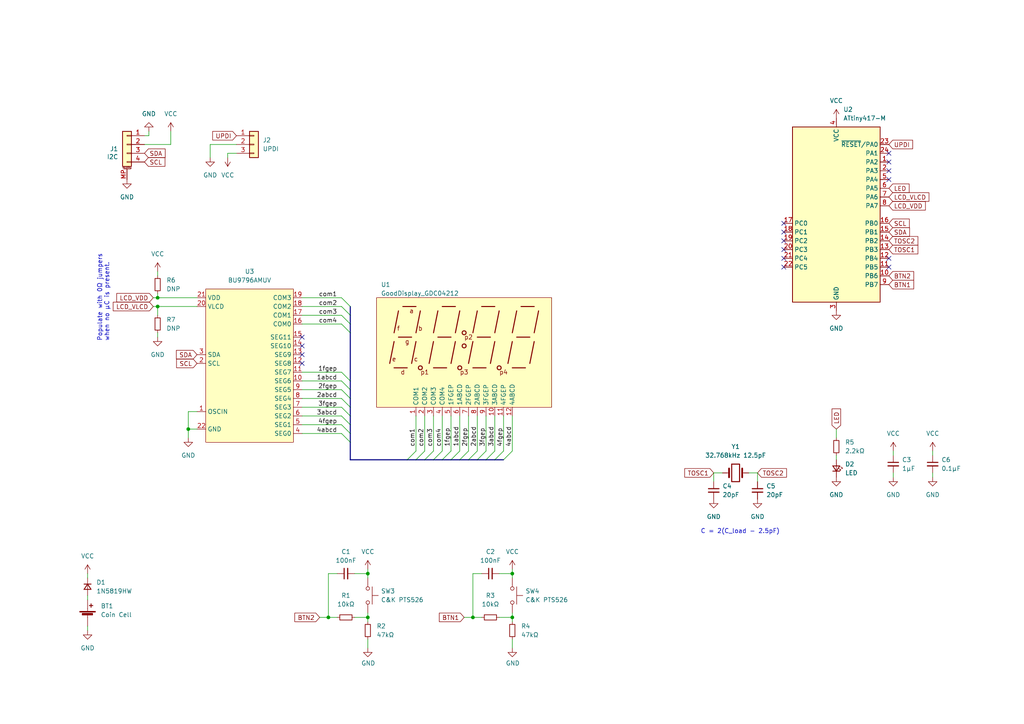
<source format=kicad_sch>
(kicad_sch (version 20211123) (generator eeschema)
  (paper "A4")
  (lib_symbols
    (symbol "Connector_Generic:Conn_01x03" (pin_names (offset 1.016) hide)
      (property "Reference" "J" (at 0 5.08 0))
      (property "Value" "Conn_01x03" (at 0 -5.08 0))
      (symbol "Conn_01x03_1_1"
        (rectangle (start -1.27 -2.413) (end 0 -2.667) (stroke (width 0.1524)))
        (rectangle (start -1.27 0.127) (end 0 -0.127) (stroke (width 0.1524)))
        (rectangle (start -1.27 2.667) (end 0 2.413) (stroke (width 0.1524)))
        (rectangle (start -1.27 3.81) (end 1.27 -3.81) (stroke (width 0.254)) (fill (type background)))
        (pin passive line (at -5.08 2.54 0) (length 3.81) (name "Pin_1") (number "1"))
        (pin passive line (at -5.08 0 0) (length 3.81) (name "Pin_2") (number "2"))
        (pin passive line (at -5.08 -2.54 0) (length 3.81) (name "Pin_3") (number "3"))
      )
    )
    (symbol "Connector_Generic_MountingPin:Conn_01x04_MountingPin" (pin_names (offset 1.016) hide)
      (property "Reference" "J" (at 0 5.08 0))
      (property "Value" "Conn_01x04_MountingPin" (at 1.27 -7.62 0))
      (symbol "Conn_01x04_MountingPin_1_1"
        (rectangle (start -1.27 -4.953) (end 0 -5.207) (stroke (width 0.1524)))
        (rectangle (start -1.27 -2.413) (end 0 -2.667) (stroke (width 0.1524)))
        (rectangle (start -1.27 0.127) (end 0 -0.127) (stroke (width 0.1524)))
        (rectangle (start -1.27 2.667) (end 0 2.413) (stroke (width 0.1524)))
        (rectangle (start -1.27 3.81) (end 1.27 -6.35) (stroke (width 0.254)) (fill (type background)))
        (polyline (pts (xy -1.016 -7.112) (xy 1.016 -7.112)) (stroke (width 0.1524)))
        (text "Mounting" (at 0 -6.731 0) (effects (font (size 0.381 0.381))))
        (pin passive line (at -5.08 2.54 0) (length 3.81) (name "Pin_1") (number "1"))
        (pin passive line (at -5.08 0 0) (length 3.81) (name "Pin_2") (number "2"))
        (pin passive line (at -5.08 -2.54 0) (length 3.81) (name "Pin_3") (number "3"))
        (pin passive line (at -5.08 -5.08 0) (length 3.81) (name "Pin_4") (number "4"))
        (pin passive line (at 0 -10.16 90) (length 3.048) (name "MountPin") (number "MP"))
      )
    )
    (symbol "Device:Battery_Cell" (pin_numbers hide) (pin_names (offset 0) hide)
      (property "Reference" "BT" (at 2.54 2.54 0))
      (property "Value" "Battery_Cell" (at 2.54 0 0))
      (symbol "Battery_Cell_0_1"
        (rectangle (start -2.286 1.778) (end 2.286 1.524) (fill (type outline)))
        (rectangle (start -1.5748 1.1938) (end 1.4732 0.6858) (fill (type outline)))
        (polyline (pts (xy 0 0.762) (xy 0 0)))
        (polyline (pts (xy 0 1.778) (xy 0 2.54)))
        (polyline (pts (xy 0.508 3.429) (xy 1.524 3.429)) (stroke (width 0.254)))
        (polyline (pts (xy 1.016 3.937) (xy 1.016 2.921)) (stroke (width 0.254)))
      )
      (symbol "Battery_Cell_1_1"
        (pin passive line (at 0 5.08 270) (length 2.54) (name "+") (number "1"))
        (pin passive line (at 0 -2.54 90) (length 2.54) (name "-") (number "2"))
      )
    )
    (symbol "Device:C_Small" (pin_numbers hide) (pin_names (offset 0.254) hide)
      (property "Reference" "C" (at 0.254 1.778 0))
      (property "Value" "C_Small" (at 0.254 -2.032 0))
      (symbol "C_Small_0_1"
        (polyline (pts (xy -1.524 -0.508) (xy 1.524 -0.508)) (stroke (width 0.3302)))
        (polyline (pts (xy -1.524 0.508) (xy 1.524 0.508)) (stroke (width 0.3048)))
      )
      (symbol "C_Small_1_1"
        (pin passive line (at 0 2.54 270) (length 2.032) (name "~") (number "1"))
        (pin passive line (at 0 -2.54 90) (length 2.032) (name "~") (number "2"))
      )
    )
    (symbol "Device:Crystal" (pin_numbers hide) (pin_names (offset 1.016) hide)
      (property "Reference" "Y" (at 0 3.81 0))
      (property "Value" "Crystal" (at 0 -3.81 0))
      (symbol "Crystal_0_1"
        (rectangle (start -1.143 2.54) (end 1.143 -2.54) (stroke (width 0.3048)))
        (polyline (pts (xy -2.54 0) (xy -1.905 0)))
        (polyline (pts (xy -1.905 -1.27) (xy -1.905 1.27)) (stroke (width 0.508)))
        (polyline (pts (xy 1.905 -1.27) (xy 1.905 1.27)) (stroke (width 0.508)))
        (polyline (pts (xy 2.54 0) (xy 1.905 0)))
      )
      (symbol "Crystal_1_1"
        (pin passive line (at -3.81 0 0) (length 1.27) (name "1") (number "1"))
        (pin passive line (at 3.81 0 180) (length 1.27) (name "2") (number "2"))
      )
    )
    (symbol "Device:D_Small" (pin_numbers hide) (pin_names (offset 0.254) hide)
      (property "Reference" "D" (at -1.27 2.032 0))
      (property "Value" "D_Small" (at -3.81 -2.032 0))
      (symbol "D_Small_0_1"
        (polyline (pts (xy -0.762 -1.016) (xy -0.762 1.016)) (stroke (width 0.254)))
        (polyline (pts (xy -0.762 0) (xy 0.762 0)))
        (polyline (pts (xy 0.762 -1.016) (xy -0.762 0) (xy 0.762 1.016) (xy 0.762 -1.016)) (stroke (width 0.254)))
      )
      (symbol "D_Small_1_1"
        (pin passive line (at -2.54 0 0) (length 1.778) (name "K") (number "1"))
        (pin passive line (at 2.54 0 180) (length 1.778) (name "A") (number "2"))
      )
    )
    (symbol "Device:LED_Small" (pin_numbers hide) (pin_names (offset 0.254) hide)
      (property "Reference" "D" (at -1.27 3.175 0))
      (property "Value" "LED_Small" (at -4.445 -2.54 0))
      (symbol "LED_Small_0_1"
        (polyline (pts (xy -0.762 -1.016) (xy -0.762 1.016)) (stroke (width 0.254)))
        (polyline (pts (xy 1.016 0) (xy -0.762 0)))
        (polyline (pts (xy 0.762 -1.016) (xy -0.762 0) (xy 0.762 1.016) (xy 0.762 -1.016)) (stroke (width 0.254)))
        (polyline (pts (xy 0 0.762) (xy -0.508 1.27) (xy -0.254 1.27) (xy -0.508 1.27) (xy -0.508 1.016)))
        (polyline (pts (xy 0.508 1.27) (xy 0 1.778) (xy 0.254 1.778) (xy 0 1.778) (xy 0 1.524)))
      )
      (symbol "LED_Small_1_1"
        (pin passive line (at -2.54 0 0) (length 1.778) (name "K") (number "1"))
        (pin passive line (at 2.54 0 180) (length 1.778) (name "A") (number "2"))
      )
    )
    (symbol "Device:R_Small" (pin_numbers hide) (pin_names (offset 0.254) hide)
      (property "Reference" "R" (at 0.762 0.508 0))
      (property "Value" "R_Small" (at 0.762 -1.016 0))
      (symbol "R_Small_0_1"
        (rectangle (start -0.762 1.778) (end 0.762 -1.778) (stroke (width 0.2032)))
      )
      (symbol "R_Small_1_1"
        (pin passive line (at 0 2.54 270) (length 0.762) (name "~") (number "1"))
        (pin passive line (at 0 -2.54 90) (length 0.762) (name "~") (number "2"))
      )
    )
    (symbol "MCU_Microchip_ATtiny:ATtiny417-M"
      (property "Reference" "U" (at -12.7 26.67 0))
      (property "Value" "ATtiny417-M" (at 2.54 -26.67 0))
      (symbol "ATtiny417-M_0_1"
        (rectangle (start -12.7 -25.4) (end 12.7 25.4) (stroke (width 0.254)) (fill (type background)))
      )
      (symbol "ATtiny417-M_1_1"
        (pin bidirectional line (at 15.24 15.24 180) (length 2.54) (name "PA2") (number "1"))
        (pin bidirectional line (at 15.24 -17.78 180) (length 2.54) (name "PB6") (number "10"))
        (pin bidirectional line (at 15.24 -15.24 180) (length 2.54) (name "PB5") (number "11"))
        (pin bidirectional line (at 15.24 -12.7 180) (length 2.54) (name "PB4") (number "12"))
        (pin bidirectional line (at 15.24 -10.16 180) (length 2.54) (name "PB3") (number "13"))
        (pin bidirectional line (at 15.24 -7.62 180) (length 2.54) (name "PB2") (number "14"))
        (pin bidirectional line (at 15.24 -5.08 180) (length 2.54) (name "PB1") (number "15"))
        (pin bidirectional line (at 15.24 -2.54 180) (length 2.54) (name "PB0") (number "16"))
        (pin bidirectional line (at -15.24 -2.54 0) (length 2.54) (name "PC0") (number "17"))
        (pin bidirectional line (at -15.24 -5.08 0) (length 2.54) (name "PC1") (number "18"))
        (pin bidirectional line (at -15.24 -7.62 0) (length 2.54) (name "PC2") (number "19"))
        (pin bidirectional line (at 15.24 12.7 180) (length 2.54) (name "PA3") (number "2"))
        (pin bidirectional line (at -15.24 -10.16 0) (length 2.54) (name "PC3") (number "20"))
        (pin bidirectional line (at -15.24 -12.7 0) (length 2.54) (name "PC4") (number "21"))
        (pin bidirectional line (at -15.24 -15.24 0) (length 2.54) (name "PC5") (number "22"))
        (pin bidirectional line (at 15.24 20.32 180) (length 2.54) (name "~{RESET}/PA0") (number "23"))
        (pin bidirectional line (at 15.24 17.78 180) (length 2.54) (name "PA1") (number "24"))
        (pin passive line (at 0 -27.94 90) (length 2.54) hide (name "GND") (number "25"))
        (pin power_in line (at 0 -27.94 90) (length 2.54) (name "GND") (number "3"))
        (pin power_in line (at 0 27.94 270) (length 2.54) (name "VCC") (number "4"))
        (pin bidirectional line (at 15.24 10.16 180) (length 2.54) (name "PA4") (number "5"))
        (pin bidirectional line (at 15.24 7.62 180) (length 2.54) (name "PA5") (number "6"))
        (pin bidirectional line (at 15.24 5.08 180) (length 2.54) (name "PA6") (number "7"))
        (pin bidirectional line (at 15.24 2.54 180) (length 2.54) (name "PA7") (number "8"))
        (pin bidirectional line (at 15.24 -20.32 180) (length 2.54) (name "PB7") (number "9"))
      )
    )
    (symbol "Switch:SW_Push" (pin_numbers hide) (pin_names (offset 1.016) hide)
      (property "Reference" "SW" (at 1.27 2.54 0))
      (property "Value" "SW_Push" (at 0 -1.524 0))
      (symbol "SW_Push_0_1"
        (circle (center -2.032 0) (radius 0.508))
        (polyline (pts (xy 0 1.27) (xy 0 3.048)))
        (polyline (pts (xy 2.54 1.27) (xy -2.54 1.27)))
        (circle (center 2.032 0) (radius 0.508))
        (pin passive line (at -5.08 0 0) (length 2.54) (name "1") (number "1"))
        (pin passive line (at 5.08 0 180) (length 2.54) (name "2") (number "2"))
      )
    )
    (symbol "local:BU9796AMUV"
      (property "Reference" "U" (at 0 2.54 0))
      (property "Value" "BU9796AMUV" (at 0 0 0))
      (symbol "BU9796AMUV_0_1"
        (rectangle (start -12.7 -2.54) (end 12.7 -46.99) (fill (type background)))
      )
      (symbol "BU9796AMUV_1_1"
        (pin input line (at -15.24 -38.1 0) (length 2.54) (name "OSCIN") (number "1"))
        (pin output line (at 15.24 -29.21 180) (length 2.54) (name "SEG6") (number "10"))
        (pin output line (at 15.24 -26.67 180) (length 2.54) (name "SEG7") (number "11"))
        (pin output line (at 15.24 -24.13 180) (length 2.54) (name "SEG8") (number "12"))
        (pin output line (at 15.24 -21.59 180) (length 2.54) (name "SEG9") (number "13"))
        (pin output line (at 15.24 -19.05 180) (length 2.54) (name "SEG10") (number "14"))
        (pin output line (at 15.24 -16.51 180) (length 2.54) (name "SEG11") (number "15"))
        (pin output line (at 15.24 -12.7 180) (length 2.54) (name "COM0") (number "16"))
        (pin output line (at 15.24 -10.16 180) (length 2.54) (name "COM1") (number "17"))
        (pin output line (at 15.24 -7.62 180) (length 2.54) (name "COM2") (number "18"))
        (pin output line (at 15.24 -5.08 180) (length 2.54) (name "COM3") (number "19"))
        (pin bidirectional line (at -15.24 -24.13 0) (length 2.54) (name "SCL") (number "2"))
        (pin input line (at -15.24 -7.62 0) (length 2.54) (name "VLCD") (number "20"))
        (pin input line (at -15.24 -5.08 0) (length 2.54) (name "VDD") (number "21"))
        (pin input line (at -15.24 -43.18 0) (length 2.54) (name "GND") (number "22"))
        (pin input line (at -15.24 -43.18 0) (length 2.54) hide (name "TEST1") (number "23"))
        (pin input line (at -15.24 -43.18 0) (length 2.54) hide (name "TEST2") (number "24"))
        (pin input line (at -15.24 -43.18 0) (length 2.54) hide (name "EXT-PAD") (number "25"))
        (pin bidirectional line (at -15.24 -21.59 0) (length 2.54) (name "SDA") (number "3"))
        (pin output line (at 15.24 -44.45 180) (length 2.54) (name "SEG0") (number "4"))
        (pin output line (at 15.24 -41.91 180) (length 2.54) (name "SEG1") (number "5"))
        (pin output line (at 15.24 -39.37 180) (length 2.54) (name "SEG2") (number "6"))
        (pin output line (at 15.24 -36.83 180) (length 2.54) (name "SEG3") (number "7"))
        (pin output line (at 15.24 -34.29 180) (length 2.54) (name "SEG4") (number "8"))
        (pin output line (at 15.24 -31.75 180) (length 2.54) (name "SEG5") (number "9"))
      )
    )
    (symbol "local:GoodDisplay_GDC04212"
      (property "Reference" "U" (at 0 2.54 0))
      (property "Value" "GoodDisplay_GDC04212" (at 0 0 0))
      (symbol "GoodDisplay_GDC04212_0_0"
        (circle (center -12.7 -21.59) (radius 0.568) (stroke (width 0.3)))
        (circle (center -1.27 -21.59) (radius 0.568) (stroke (width 0.3)))
        (circle (center 0 -15.24) (radius 0.568) (stroke (width 0.3)))
        (circle (center 0 -11.43) (radius 0.568) (stroke (width 0.3)))
        (circle (center 10.16 -21.59) (radius 0.568) (stroke (width 0.3)))
        (text "a" (at -15.24 -5.08 0) (effects (font (size 1.27 1.27))))
        (text "b" (at -12.7 -10.16 0) (effects (font (size 1.27 1.27))))
        (text "c" (at -13.97 -19.05 0) (effects (font (size 1.27 1.27))))
        (text "d" (at -17.78 -22.86 0) (effects (font (size 1.27 1.27))))
        (text "e" (at -20.32 -19.05 0) (effects (font (size 1.27 1.27))))
        (text "f" (at -19.05 -10.16 0) (effects (font (size 1.27 1.27))))
        (text "g" (at -16.51 -13.97 0) (effects (font (size 1.27 1.27))))
        (text "p1" (at -11.43 -22.86 0) (effects (font (size 1.27 1.27))))
        (text "p2" (at 1.27 -12.7 0) (effects (font (size 1.27 1.27))))
        (text "p3" (at 0 -22.86 0) (effects (font (size 1.27 1.27))))
        (text "p4" (at 11.43 -22.86 0) (effects (font (size 1.27 1.27))))
      )
      (symbol "GoodDisplay_GDC04212_0_1"
        (rectangle (start -25.4 -1.27) (end 25.4 -33.02) (fill (type background)))
        (polyline (pts (xy -20.32 -13.97) (xy -21.59 -20.32)) (stroke (width 0.3)))
        (polyline (pts (xy -19.05 -5.08) (xy -20.32 -11.43)) (stroke (width 0.3)))
        (polyline (pts (xy -16.51 -21.59) (xy -20.32 -21.59)) (stroke (width 0.3)))
        (polyline (pts (xy -15.24 -12.7) (xy -19.05 -12.7)) (stroke (width 0.3)))
        (polyline (pts (xy -13.97 -13.97) (xy -15.24 -20.32)) (stroke (width 0.3)))
        (polyline (pts (xy -13.97 -3.81) (xy -17.78 -3.81)) (stroke (width 0.3)))
        (polyline (pts (xy -12.7 -5.08) (xy -13.97 -11.43)) (stroke (width 0.3)))
        (polyline (pts (xy -8.89 -13.97) (xy -10.16 -20.32)) (stroke (width 0.3)))
        (polyline (pts (xy -7.62 -5.08) (xy -8.89 -11.43)) (stroke (width 0.3)))
        (polyline (pts (xy -5.08 -21.59) (xy -8.89 -21.59)) (stroke (width 0.3)))
        (polyline (pts (xy -3.81 -12.7) (xy -7.62 -12.7)) (stroke (width 0.3)))
        (polyline (pts (xy -2.54 -13.97) (xy -3.81 -20.32)) (stroke (width 0.3)))
        (polyline (pts (xy -2.54 -3.81) (xy -6.35 -3.81)) (stroke (width 0.3)))
        (polyline (pts (xy -1.27 -5.08) (xy -2.54 -11.43)) (stroke (width 0.3)))
        (polyline (pts (xy 2.54 -13.97) (xy 1.27 -20.32)) (stroke (width 0.3)))
        (polyline (pts (xy 3.81 -5.08) (xy 2.54 -11.43)) (stroke (width 0.3)))
        (polyline (pts (xy 6.35 -21.59) (xy 2.54 -21.59)) (stroke (width 0.3)))
        (polyline (pts (xy 7.62 -12.7) (xy 3.81 -12.7)) (stroke (width 0.3)))
        (polyline (pts (xy 8.89 -13.97) (xy 7.62 -20.32)) (stroke (width 0.3)))
        (polyline (pts (xy 8.89 -3.81) (xy 5.08 -3.81)) (stroke (width 0.3)))
        (polyline (pts (xy 10.16 -5.08) (xy 8.89 -11.43)) (stroke (width 0.3)))
        (polyline (pts (xy 13.97 -13.97) (xy 12.7 -20.32)) (stroke (width 0.3)))
        (polyline (pts (xy 15.24 -5.08) (xy 13.97 -11.43)) (stroke (width 0.3)))
        (polyline (pts (xy 17.78 -21.59) (xy 13.97 -21.59)) (stroke (width 0.3)))
        (polyline (pts (xy 19.05 -12.7) (xy 15.24 -12.7)) (stroke (width 0.3)))
        (polyline (pts (xy 20.32 -13.97) (xy 19.05 -20.32)) (stroke (width 0.3)))
        (polyline (pts (xy 20.32 -3.81) (xy 16.51 -3.81)) (stroke (width 0.3)))
        (polyline (pts (xy 21.59 -5.08) (xy 20.32 -11.43)) (stroke (width 0.3)))
      )
      (symbol "GoodDisplay_GDC04212_1_1"
        (pin input line (at -13.97 -35.56 90) (length 2.54) (name "COM1") (number "1"))
        (pin input line (at 8.89 -35.56 90) (length 2.54) (name "3ABCD") (number "10"))
        (pin input line (at 11.43 -35.56 90) (length 2.54) (name "4FGEP") (number "11"))
        (pin input line (at 13.97 -35.56 90) (length 2.54) (name "4ABCD") (number "12"))
        (pin input line (at -11.43 -35.56 90) (length 2.54) (name "COM2") (number "2"))
        (pin input line (at -8.89 -35.56 90) (length 2.54) (name "COM3") (number "3"))
        (pin input line (at -6.35 -35.56 90) (length 2.54) (name "COM4") (number "4"))
        (pin input line (at -3.81 -35.56 90) (length 2.54) (name "1FGEP") (number "5"))
        (pin input line (at -1.27 -35.56 90) (length 2.54) (name "1ABCD") (number "6"))
        (pin input line (at 1.27 -35.56 90) (length 2.54) (name "2FGEP") (number "7"))
        (pin input line (at 3.81 -35.56 90) (length 2.54) (name "2ABCD") (number "8"))
        (pin input line (at 6.35 -35.56 90) (length 2.54) (name "3FGEP") (number "9"))
      )
    )
    (symbol "power:GND" (power) (pin_names (offset 0))
      (property "Value" "GND" (at 0 -3.81 0))
      (symbol "GND_0_1"
        (polyline (pts (xy 0 0) (xy 0 -1.27) (xy 1.27 -1.27) (xy 0 -2.54) (xy -1.27 -1.27) (xy 0 -1.27)))
      )
      (symbol "GND_1_1"
        (pin power_in line (at 0 0 270) (length 0) hide (name "GND") (number "1"))
      )
    )
    (symbol "power:VCC" (power) (pin_names (offset 0))
      (property "Value" "VCC" (at 0 3.81 0))
      (symbol "VCC_0_1"
        (polyline (pts (xy -0.762 1.27) (xy 0 2.54)))
        (polyline (pts (xy 0 0) (xy 0 2.54)))
        (polyline (pts (xy 0 2.54) (xy 0.762 1.27)))
      )
      (symbol "VCC_1_1"
        (pin power_in line (at 0 0 90) (length 0) hide (name "VCC") (number "1"))
      )
    )
  )
  (junction (at 137.16 179.07))
  (junction (at 106.68 166.37))
  (junction (at 148.59 179.07))
  (junction (at 95.25 179.07))
  (junction (at 54.61 124.46))
  (junction (at 45.72 88.9))
  (junction (at 148.59 166.37))
  (junction (at 106.68 179.07))
  (junction (at 45.72 86.36))
  (no_connect (at 257.81 49.53))
  (no_connect (at 257.81 44.45))
  (no_connect (at 257.81 52.07))
  (no_connect (at 227.33 72.39))
  (no_connect (at 227.33 67.31))
  (no_connect (at 227.33 77.47))
  (no_connect (at 257.81 77.47))
  (no_connect (at 87.63 102.87))
  (no_connect (at 257.81 74.93))
  (no_connect (at 87.63 100.33))
  (no_connect (at 87.63 105.41))
  (no_connect (at 87.63 97.79))
  (no_connect (at 257.81 46.99))
  (no_connect (at 227.33 69.85))
  (no_connect (at 227.33 64.77))
  (no_connect (at 227.33 74.93))
  (bus_entry (at 99.06 113.03) (size 2.54 2.54))
  (bus_entry (at 99.06 110.49) (size 2.54 2.54))
  (bus_entry (at 99.06 107.95) (size 2.54 2.54))
  (bus_entry (at 99.06 118.11) (size 2.54 2.54))
  (bus_entry (at 99.06 115.57) (size 2.54 2.54))
  (bus_entry (at 99.06 120.65) (size 2.54 2.54))
  (bus_entry (at 99.06 123.19) (size 2.54 2.54))
  (bus_entry (at 99.06 88.9) (size 2.54 2.54))
  (bus_entry (at 99.06 86.36) (size 2.54 2.54))
  (bus_entry (at 99.06 91.44) (size 2.54 2.54))
  (bus_entry (at 99.06 93.98) (size 2.54 2.54))
  (bus_entry (at 99.06 125.73) (size 2.54 2.54))
  (bus_entry (at 123.19 130.81) (size -2.54 2.54))
  (bus_entry (at 120.65 130.81) (size -2.54 2.54))
  (bus_entry (at 133.35 130.81) (size -2.54 2.54))
  (bus_entry (at 130.81 130.81) (size -2.54 2.54))
  (bus_entry (at 135.89 130.81) (size -2.54 2.54))
  (bus_entry (at 125.73 130.81) (size -2.54 2.54))
  (bus_entry (at 128.27 130.81) (size -2.54 2.54))
  (bus_entry (at 140.97 130.81) (size -2.54 2.54))
  (bus_entry (at 138.43 130.81) (size -2.54 2.54))
  (bus_entry (at 143.51 130.81) (size -2.54 2.54))
  (bus_entry (at 146.05 130.81) (size -2.54 2.54))
  (bus_entry (at 148.59 130.81) (size -2.54 2.54))
  (wire (pts (xy 45.72 96.52) (xy 45.72 97.79)))
  (bus (pts (xy 118.11 133.35) (xy 101.6 133.35)))
  (wire (pts (xy 138.43 120.65) (xy 138.43 130.81)))
  (wire (pts (xy 209.55 137.16) (xy 207.01 137.16)))
  (wire (pts (xy 144.78 166.37) (xy 148.59 166.37)))
  (wire (pts (xy 102.87 179.07) (xy 106.68 179.07)))
  (wire (pts (xy 146.05 120.65) (xy 146.05 130.81)))
  (bus (pts (xy 140.97 133.35) (xy 143.51 133.35)))
  (wire (pts (xy 148.59 177.8) (xy 148.59 179.07)))
  (wire (pts (xy 217.17 137.16) (xy 219.71 137.16)))
  (wire (pts (xy 128.27 120.65) (xy 128.27 130.81)))
  (bus (pts (xy 123.19 133.35) (xy 125.73 133.35)))
  (wire (pts (xy 106.68 179.07) (xy 106.68 180.34)))
  (wire (pts (xy 57.15 88.9) (xy 45.72 88.9)))
  (wire (pts (xy 259.08 130.81) (xy 259.08 132.08)))
  (wire (pts (xy 148.59 165.1) (xy 148.59 166.37)))
  (wire (pts (xy 95.25 179.07) (xy 97.79 179.07)))
  (wire (pts (xy 54.61 124.46) (xy 54.61 119.38)))
  (wire (pts (xy 106.68 185.42) (xy 106.68 187.96)))
  (wire (pts (xy 99.06 123.19) (xy 87.63 123.19)))
  (wire (pts (xy 148.59 185.42) (xy 148.59 187.96)))
  (bus (pts (xy 101.6 110.49) (xy 101.6 113.03)))
  (wire (pts (xy 45.72 86.36) (xy 57.15 86.36)))
  (bus (pts (xy 133.35 133.35) (xy 135.89 133.35)))
  (wire (pts (xy 99.06 107.95) (xy 87.63 107.95)))
  (bus (pts (xy 101.6 115.57) (xy 101.6 118.11)))
  (bus (pts (xy 101.6 113.03) (xy 101.6 115.57)))
  (bus (pts (xy 138.43 133.35) (xy 140.97 133.35)))
  (wire (pts (xy 270.51 130.81) (xy 270.51 132.08)))
  (wire (pts (xy 99.06 91.44) (xy 87.63 91.44)))
  (bus (pts (xy 118.11 133.35) (xy 120.65 133.35)))
  (bus (pts (xy 101.6 91.44) (xy 101.6 93.98)))
  (wire (pts (xy 25.4 172.72) (xy 25.4 173.99)))
  (wire (pts (xy 41.91 41.91) (xy 49.53 41.91)))
  (bus (pts (xy 128.27 133.35) (xy 130.81 133.35)))
  (wire (pts (xy 135.89 120.65) (xy 135.89 130.81)))
  (wire (pts (xy 44.45 88.9) (xy 45.72 88.9)))
  (wire (pts (xy 66.04 44.45) (xy 68.58 44.45)))
  (wire (pts (xy 143.51 120.65) (xy 143.51 130.81)))
  (wire (pts (xy 99.06 125.73) (xy 87.63 125.73)))
  (bus (pts (xy 101.6 120.65) (xy 101.6 123.19)))
  (wire (pts (xy 43.18 39.37) (xy 43.18 38.1)))
  (wire (pts (xy 270.51 137.16) (xy 270.51 138.43)))
  (wire (pts (xy 120.65 120.65) (xy 120.65 130.81)))
  (bus (pts (xy 101.6 118.11) (xy 101.6 120.65)))
  (wire (pts (xy 66.04 45.72) (xy 66.04 44.45)))
  (wire (pts (xy 144.78 179.07) (xy 148.59 179.07)))
  (wire (pts (xy 45.72 88.9) (xy 45.72 91.44)))
  (wire (pts (xy 242.57 127) (xy 242.57 124.46)))
  (wire (pts (xy 25.4 166.37) (xy 25.4 167.64)))
  (wire (pts (xy 106.68 166.37) (xy 106.68 167.64)))
  (wire (pts (xy 148.59 120.65) (xy 148.59 130.81)))
  (wire (pts (xy 45.72 85.09) (xy 45.72 86.36)))
  (wire (pts (xy 133.35 120.65) (xy 133.35 130.81)))
  (wire (pts (xy 259.08 137.16) (xy 259.08 138.43)))
  (wire (pts (xy 102.87 166.37) (xy 106.68 166.37)))
  (bus (pts (xy 125.73 133.35) (xy 128.27 133.35)))
  (wire (pts (xy 134.62 179.07) (xy 137.16 179.07)))
  (wire (pts (xy 125.73 120.65) (xy 125.73 130.81)))
  (wire (pts (xy 219.71 137.16) (xy 219.71 139.7)))
  (wire (pts (xy 49.53 38.1) (xy 49.53 41.91)))
  (wire (pts (xy 44.45 86.36) (xy 45.72 86.36)))
  (wire (pts (xy 25.4 181.61) (xy 25.4 182.88)))
  (wire (pts (xy 60.96 45.72) (xy 60.96 41.91)))
  (bus (pts (xy 101.6 125.73) (xy 101.6 128.27)))
  (wire (pts (xy 207.01 137.16) (xy 207.01 139.7)))
  (bus (pts (xy 143.51 133.35) (xy 146.05 133.35)))
  (wire (pts (xy 60.96 41.91) (xy 68.58 41.91)))
  (wire (pts (xy 148.59 166.37) (xy 148.59 167.64)))
  (wire (pts (xy 148.59 179.07) (xy 148.59 180.34)))
  (wire (pts (xy 130.81 120.65) (xy 130.81 130.81)))
  (wire (pts (xy 99.06 110.49) (xy 87.63 110.49)))
  (wire (pts (xy 99.06 120.65) (xy 87.63 120.65)))
  (wire (pts (xy 99.06 86.36) (xy 87.63 86.36)))
  (bus (pts (xy 101.6 93.98) (xy 101.6 96.52)))
  (wire (pts (xy 242.57 132.08) (xy 242.57 133.35)))
  (bus (pts (xy 101.6 88.9) (xy 101.6 91.44)))
  (wire (pts (xy 54.61 119.38) (xy 57.15 119.38)))
  (wire (pts (xy 92.71 179.07) (xy 95.25 179.07)))
  (wire (pts (xy 99.06 93.98) (xy 87.63 93.98)))
  (wire (pts (xy 140.97 120.65) (xy 140.97 130.81)))
  (wire (pts (xy 97.79 166.37) (xy 95.25 166.37)))
  (bus (pts (xy 130.81 133.35) (xy 133.35 133.35)))
  (wire (pts (xy 139.7 166.37) (xy 137.16 166.37)))
  (wire (pts (xy 99.06 113.03) (xy 87.63 113.03)))
  (wire (pts (xy 99.06 88.9) (xy 87.63 88.9)))
  (wire (pts (xy 99.06 115.57) (xy 87.63 115.57)))
  (wire (pts (xy 123.19 120.65) (xy 123.19 130.81)))
  (wire (pts (xy 99.06 118.11) (xy 87.63 118.11)))
  (wire (pts (xy 41.91 39.37) (xy 43.18 39.37)))
  (wire (pts (xy 106.68 177.8) (xy 106.68 179.07)))
  (bus (pts (xy 120.65 133.35) (xy 123.19 133.35)))
  (wire (pts (xy 54.61 124.46) (xy 57.15 124.46)))
  (wire (pts (xy 95.25 166.37) (xy 95.25 179.07)))
  (wire (pts (xy 137.16 166.37) (xy 137.16 179.07)))
  (bus (pts (xy 101.6 96.52) (xy 101.6 110.49)))
  (bus (pts (xy 135.89 133.35) (xy 138.43 133.35)))
  (wire (pts (xy 45.72 78.74) (xy 45.72 80.01)))
  (bus (pts (xy 101.6 128.27) (xy 101.6 133.35)))
  (wire (pts (xy 106.68 165.1) (xy 106.68 166.37)))
  (bus (pts (xy 101.6 123.19) (xy 101.6 125.73)))
  (wire (pts (xy 137.16 179.07) (xy 139.7 179.07)))
  (wire (pts (xy 54.61 127) (xy 54.61 124.46)))
  (text "Populate with 0Ω jumpers\nwhen no µC is present." (at 31.75 99.06 90) (effects (font (size 1.27 1.27)) (justify left bottom)))
  (text "C = 2(C_load - 2.5pF)" (at 203.2 154.94 0) (effects (font (size 1.27 1.27)) (justify left bottom)))
  (label "4fgep" (at 97.79 123.19 180))
  (label "com1" (at 120.65 129.54 90))
  (label "1fgep" (at 130.81 129.54 90))
  (label "com1" (at 97.79 86.36 180))
  (label "1abcd" (at 133.35 129.54 90))
  (label "com4" (at 97.79 93.98 180))
  (label "4fgep" (at 146.05 129.54 90))
  (label "com3" (at 125.73 129.54 90))
  (label "3fgep" (at 140.97 129.54 90))
  (label "4abcd" (at 97.79 125.73 180))
  (label "4abcd" (at 148.59 129.54 90))
  (label "com3" (at 97.79 91.44 180))
  (label "com2" (at 97.79 88.9 180))
  (label "3abcd" (at 143.51 129.54 90))
  (label "3abcd" (at 97.79 120.65 180))
  (label "2abcd" (at 97.79 115.57 180))
  (label "1fgep" (at 97.79 107.95 180))
  (label "2abcd" (at 138.43 129.54 90))
  (label "com4" (at 128.27 129.54 90))
  (label "2fgep" (at 135.89 129.54 90))
  (label "3fgep" (at 97.79 118.11 180))
  (label "2fgep" (at 97.79 113.03 180))
  (label "com2" (at 123.19 129.54 90))
  (label "1abcd" (at 97.79 110.49 180))
  (global_label "SCL" (shape input) (at 41.91 46.99 0) (property "Intersheet References" "${INTERSHEET_REFS}" (effects hide)))
  (global_label "LED" (shape input) (at 257.81 54.61 0) (property "Intersheet References" "${INTERSHEET_REFS}" (effects hide)))
  (global_label "LCD_VDD" (shape input) (at 44.45 86.36 180) (property "Intersheet References" "${INTERSHEET_REFS}" (effects hide)))
  (global_label "BTN1" (shape input) (at 134.62 179.07 180) (property "Intersheet References" "${INTERSHEET_REFS}" (effects hide)))
  (global_label "TOSC2" (shape input) (at 257.81 69.85 0) (property "Intersheet References" "${INTERSHEET_REFS}" (effects hide)))
  (global_label "TOSC1" (shape input) (at 207.01 137.16 180) (property "Intersheet References" "${INTERSHEET_REFS}" (effects hide)))
  (global_label "LED" (shape input) (at 242.57 124.46 90) (property "Intersheet References" "${INTERSHEET_REFS}" (effects hide)))
  (global_label "TOSC2" (shape input) (at 219.71 137.16 0) (property "Intersheet References" "${INTERSHEET_REFS}" (effects hide)))
  (global_label "UPDI" (shape input) (at 68.58 39.37 180) (property "Intersheet References" "${INTERSHEET_REFS}" (effects hide)))
  (global_label "SDA" (shape input) (at 257.81 67.31 0) (property "Intersheet References" "${INTERSHEET_REFS}" (effects hide)))
  (global_label "BTN2" (shape input) (at 257.81 80.01 0) (property "Intersheet References" "${INTERSHEET_REFS}" (effects hide)))
  (global_label "SDA" (shape input) (at 41.91 44.45 0) (property "Intersheet References" "${INTERSHEET_REFS}" (effects hide)))
  (global_label "UPDI" (shape input) (at 257.81 41.91 0) (property "Intersheet References" "${INTERSHEET_REFS}" (effects hide)))
  (global_label "BTN2" (shape input) (at 92.71 179.07 180) (property "Intersheet References" "${INTERSHEET_REFS}" (effects hide)))
  (global_label "LCD_VLCD" (shape input) (at 44.45 88.9 180) (property "Intersheet References" "${INTERSHEET_REFS}" (effects hide)))
  (global_label "SDA" (shape input) (at 57.15 102.87 180) (property "Intersheet References" "${INTERSHEET_REFS}" (effects hide)))
  (global_label "TOSC1" (shape input) (at 257.81 72.39 0) (property "Intersheet References" "${INTERSHEET_REFS}" (effects hide)))
  (global_label "SCL" (shape input) (at 257.81 64.77 0) (property "Intersheet References" "${INTERSHEET_REFS}" (effects hide)))
  (global_label "SCL" (shape input) (at 57.15 105.41 180) (property "Intersheet References" "${INTERSHEET_REFS}" (effects hide)))
  (global_label "LCD_VLCD" (shape input) (at 257.81 57.15 0) (property "Intersheet References" "${INTERSHEET_REFS}" (effects hide)))
  (global_label "LCD_VDD" (shape input) (at 257.81 59.69 0) (property "Intersheet References" "${INTERSHEET_REFS}" (effects hide)))
  (global_label "BTN1" (shape input) (at 257.81 82.55 0) (property "Intersheet References" "${INTERSHEET_REFS}" (effects hide)))
  (symbol (lib_id "Connector_Generic:Conn_01x03") (at 73.66 41.91 0) (unit 1)
    (property "Reference" "J2" (at 76.2 40.6399 0) (effects (justify left)))
    (property "Value" "UPDI" (at 76.2 43.1799 0) (effects (justify left)))
    (property "Footprint" "local:UPDI_PogoProg" (effects hide))
  )
  (symbol (lib_id "power:VCC") (at 106.68 165.1 0) (unit 1)
    (property "Reference" "#PWR0101" (effects hide))
    (property "Value" "VCC" (at 106.68 160.02 0))
  )
  (symbol (lib_id "power:VCC") (at 49.53 38.1 0) (unit 1)
    (property "Reference" "#PWR0115" (effects hide))
    (property "Value" "VCC" (at 49.53 33.02 0))
  )
  (symbol (lib_id "Device:R_Small") (at 45.72 82.55 0) (unit 1)
    (property "Reference" "R6" (at 48.26 81.2799 0) (effects (justify left)))
    (property "Value" "DNP" (at 48.26 83.8199 0) (effects (justify left)))
    (property "Footprint" "Resistor_SMD:R_0805_2012Metric" (effects hide))
  )
  (symbol (lib_id "Device:D_Small") (at 25.4 170.18 270) (unit 1)
    (property "Reference" "D1" (at 27.94 168.9099 90) (effects (justify left)))
    (property "Value" "1N5819HW" (at 27.94 171.4499 90) (effects (justify left)))
    (property "Footprint" "Diode_SMD:D_SOD-123" (effects hide))
  )
  (symbol (lib_id "power:VCC") (at 45.72 78.74 0) (unit 1)
    (property "Reference" "#PWR0123" (effects hide))
    (property "Value" "VCC" (at 45.72 73.66 0))
  )
  (symbol (lib_id "power:GND") (at 270.51 138.43 0) (unit 1)
    (property "Reference" "#PWR0119" (effects hide))
    (property "Value" "GND" (at 270.51 143.51 0))
  )
  (symbol (lib_id "power:GND") (at 43.18 38.1 180) (unit 1)
    (property "Reference" "#PWR0114" (effects hide))
    (property "Value" "GND" (at 43.18 33.02 0))
  )
  (symbol (lib_id "local:BU9796AMUV") (at 72.39 81.28 0) (unit 1)
    (property "Reference" "U3" (at 72.39 78.74 0))
    (property "Value" "BU9796AMUV" (at 72.39 81.28 0))
    (property "Footprint" "Package_DFN_QFN:VQFN-24-1EP_4x4mm_P0.5mm_EP2.45x2.45mm" (effects hide))
  )
  (symbol (lib_id "power:GND") (at 242.57 138.43 0) (mirror y) (unit 1)
    (property "Reference" "#PWR0110" (effects hide))
    (property "Value" "GND" (at 242.57 143.51 0))
  )
  (symbol (lib_id "power:GND") (at 45.72 97.79 0) (unit 1)
    (property "Reference" "#PWR0118" (effects hide))
    (property "Value" "GND" (at 45.72 102.87 0))
  )
  (symbol (lib_id "power:GND") (at 106.68 187.96 0) (unit 1)
    (property "Reference" "#PWR0102" (effects hide))
    (property "Value" "GND" (at 106.807 192.3542 0))
  )
  (symbol (lib_id "power:GND") (at 242.57 90.17 0) (unit 1)
    (property "Reference" "#PWR0122" (effects hide))
    (property "Value" "GND" (at 242.57 95.25 0))
  )
  (symbol (lib_id "Connector_Generic_MountingPin:Conn_01x04_MountingPin") (at 36.83 41.91 0) (mirror y) (unit 1)
    (property "Reference" "J1" (at 34.29 43.18 0) (effects (justify left)))
    (property "Value" "I2C" (at 34.29 45.4914 0) (effects (justify left)))
    (property "Footprint" "Connector_JST:JST_SH_SM04B-SRSS-TB_1x04-1MP_P1.00mm_Horizontal" (effects hide))
  )
  (symbol (lib_id "power:VCC") (at 25.4 166.37 0) (unit 1)
    (property "Reference" "#PWR0104" (effects hide))
    (property "Value" "VCC" (at 25.4 161.29 0))
  )
  (symbol (lib_id "power:GND") (at 219.71 144.78 0) (unit 1)
    (property "Reference" "#PWR0113" (effects hide))
    (property "Value" "GND" (at 219.71 149.86 0))
  )
  (symbol (lib_id "Device:C_Small") (at 270.51 134.62 0) (unit 1)
    (property "Reference" "C6" (at 273.05 133.3562 0) (effects (justify left)))
    (property "Value" "0.1µF" (at 273.05 135.8962 0) (effects (justify left)))
    (property "Footprint" "Capacitor_SMD:C_0805_2012Metric" (effects hide))
  )
  (symbol (lib_id "Device:R_Small") (at 100.33 179.07 270) (unit 1)
    (property "Reference" "R1" (at 100.33 172.72 90))
    (property "Value" "10kΩ" (at 100.33 175.26 90))
    (property "Footprint" "Resistor_SMD:R_0805_2012Metric" (effects hide))
  )
  (symbol (lib_id "Device:R_Small") (at 148.59 182.88 0) (unit 1)
    (property "Reference" "R4" (at 151.13 181.6099 0) (effects (justify left)))
    (property "Value" "47kΩ" (at 151.13 184.1499 0) (effects (justify left)))
    (property "Footprint" "Resistor_SMD:R_0805_2012Metric" (effects hide))
  )
  (symbol (lib_id "power:GND") (at 60.96 45.72 0) (unit 1)
    (property "Reference" "#PWR0116" (effects hide))
    (property "Value" "GND" (at 60.96 50.8 0))
  )
  (symbol (lib_id "power:VCC") (at 66.04 45.72 180) (unit 1)
    (property "Reference" "#PWR0117" (effects hide))
    (property "Value" "VCC" (at 66.04 50.8 0))
  )
  (symbol (lib_id "power:VCC") (at 242.57 34.29 0) (unit 1)
    (property "Reference" "#PWR0121" (effects hide))
    (property "Value" "VCC" (at 242.57 29.21 0))
  )
  (symbol (lib_id "power:VCC") (at 259.08 130.81 0) (unit 1)
    (property "Reference" "#PWR0108" (effects hide))
    (property "Value" "VCC" (at 259.08 125.73 0))
  )
  (symbol (lib_id "Device:C_Small") (at 259.08 134.62 0) (unit 1)
    (property "Reference" "C3" (at 261.62 133.3562 0) (effects (justify left)))
    (property "Value" "1µF" (at 261.62 135.8962 0) (effects (justify left)))
    (property "Footprint" "Capacitor_SMD:C_0805_2012Metric" (effects hide))
  )
  (symbol (lib_id "MCU_Microchip_ATtiny:ATtiny417-M") (at 242.57 62.23 0) (unit 1)
    (property "Reference" "U2" (at 244.5894 31.75 0) (effects (justify left)))
    (property "Value" "ATtiny417-M" (at 244.5894 34.29 0) (effects (justify left)))
    (property "Footprint" "Package_DFN_QFN:QFN-24-1EP_4x4mm_P0.5mm_EP2.6x2.6mm" (effects hide))
    (property "Datasheet" "http://ww1.microchip.com/downloads/en/DeviceDoc/40001901B.pdf" (effects hide))
  )
  (symbol (lib_id "local:GoodDisplay_GDC04212") (at 134.62 85.09 0) (unit 1)
    (property "Reference" "U1" (at 110.49 82.55 0) (effects (justify left)))
    (property "Value" "GoodDisplay_GDC04212" (at 110.49 85.09 0) (effects (justify left)))
    (property "Footprint" "local:LCD-12PIN" (effects hide))
  )
  (symbol (lib_id "power:GND") (at 25.4 182.88 0) (unit 1)
    (property "Reference" "#PWR0105" (effects hide))
    (property "Value" "GND" (at 25.4 187.96 0))
  )
  (symbol (lib_id "power:GND") (at 259.08 138.43 0) (unit 1)
    (property "Reference" "#PWR0109" (effects hide))
    (property "Value" "GND" (at 259.08 143.51 0))
  )
  (symbol (lib_id "Device:R_Small") (at 106.68 182.88 0) (unit 1)
    (property "Reference" "R2" (at 109.22 181.6099 0) (effects (justify left)))
    (property "Value" "47kΩ" (at 109.22 184.1499 0) (effects (justify left)))
    (property "Footprint" "Resistor_SMD:R_0805_2012Metric" (effects hide))
  )
  (symbol (lib_id "Device:R_Small") (at 142.24 179.07 270) (unit 1)
    (property "Reference" "R3" (at 142.24 172.72 90))
    (property "Value" "10kΩ" (at 142.24 175.26 90))
    (property "Footprint" "Resistor_SMD:R_0805_2012Metric" (effects hide))
  )
  (symbol (lib_id "Device:C_Small") (at 100.33 166.37 90) (unit 1)
    (property "Reference" "C1" (at 100.3363 160.02 90))
    (property "Value" "100nF" (at 100.3363 162.56 90))
    (property "Footprint" "Capacitor_SMD:C_0805_2012Metric" (effects hide))
  )
  (symbol (lib_id "power:VCC") (at 270.51 130.81 0) (unit 1)
    (property "Reference" "#PWR0120" (effects hide))
    (property "Value" "VCC" (at 270.51 125.73 0))
  )
  (symbol (lib_id "Device:Crystal") (at 213.36 137.16 0) (unit 1)
    (property "Reference" "Y1" (at 213.36 129.54 0))
    (property "Value" "32.768kHz 12.5pF" (at 213.36 132.08 0))
    (property "Footprint" "Crystal:Crystal_SMD_3215-2Pin_3.2x1.5mm" (effects hide))
    (property "Datasheet" "https://www.digikey.de/de/products/detail/abracon-llc/ABS07-32-768KHZ-T/1236858" (effects hide))
  )
  (symbol (lib_id "Device:C_Small") (at 207.01 142.24 0) (unit 1)
    (property "Reference" "C4" (at 209.55 140.9762 0) (effects (justify left)))
    (property "Value" "20pF" (at 209.55 143.5162 0) (effects (justify left)))
    (property "Footprint" "Capacitor_SMD:C_0603_1608Metric" (effects hide))
    (property "Datasheet" "https://www.digikey.de/de/products/detail/murata-electronics/GCM1885C2A200FA16D/16033592" (effects hide))
  )
  (symbol (lib_id "Device:R_Small") (at 45.72 93.98 0) (unit 1)
    (property "Reference" "R7" (at 48.26 92.7099 0) (effects (justify left)))
    (property "Value" "DNP" (at 48.26 95.2499 0) (effects (justify left)))
    (property "Footprint" "Resistor_SMD:R_0805_2012Metric" (effects hide))
  )
  (symbol (lib_id "power:GND") (at 207.01 144.78 0) (unit 1)
    (property "Reference" "#PWR0112" (effects hide))
    (property "Value" "GND" (at 207.01 149.86 0))
  )
  (symbol (lib_id "power:GND") (at 54.61 127 0) (unit 1)
    (property "Reference" "#PWR0111" (effects hide))
    (property "Value" "GND" (at 54.61 132.08 0))
  )
  (symbol (lib_id "Device:Battery_Cell") (at 25.4 179.07 0) (unit 1)
    (property "Reference" "BT1" (at 29.21 175.7679 0) (effects (justify left)))
    (property "Value" "Coin Cell" (at 29.21 178.3079 0) (effects (justify left)))
    (property "Footprint" "Battery:BatteryHolder_Keystone_3034_1x20mm" (effects hide))
  )
  (symbol (lib_id "power:GND") (at 36.83 52.07 0) (unit 1)
    (property "Reference" "#PWR0107" (effects hide))
    (property "Value" "GND" (at 36.83 57.15 0))
  )
  (symbol (lib_id "Device:R_Small") (at 242.57 129.54 0) (mirror x) (unit 1)
    (property "Reference" "R5" (at 245.11 128.27 0) (effects (justify left)))
    (property "Value" "2.2kΩ" (at 245.11 130.81 0) (effects (justify left)))
    (property "Footprint" "Resistor_SMD:R_0805_2012Metric" (effects hide))
  )
  (symbol (lib_id "Device:C_Small") (at 219.71 142.24 0) (unit 1)
    (property "Reference" "C5" (at 222.25 140.9762 0) (effects (justify left)))
    (property "Value" "20pF" (at 222.25 143.5162 0) (effects (justify left)))
    (property "Footprint" "Capacitor_SMD:C_0603_1608Metric" (effects hide))
    (property "Datasheet" "https://www.digikey.de/de/products/detail/murata-electronics/GCM1885C2A200FA16D/16033592" (effects hide))
  )
  (symbol (lib_id "Switch:SW_Push") (at 148.59 172.72 270) (unit 1)
    (property "Reference" "SW4" (at 152.4 171.4499 90) (effects (justify left)))
    (property "Value" "C&K PTS526" (at 152.4 173.9899 90) (effects (justify left)))
    (property "Footprint" "Button_Switch_SMD:SW_SPST_SKQG_WithStem" (effects hide))
    (property "Datasheet" "https://www.digikey.de/de/products/detail/c-k/PTS526SM20SMTR21-LFS/16500342" (effects hide))
  )
  (symbol (lib_id "power:VCC") (at 148.59 165.1 0) (unit 1)
    (property "Reference" "#PWR0106" (effects hide))
    (property "Value" "VCC" (at 148.59 160.02 0))
  )
  (symbol (lib_id "Switch:SW_Push") (at 106.68 172.72 270) (unit 1)
    (property "Reference" "SW3" (at 110.49 171.4499 90) (effects (justify left)))
    (property "Value" "C&K PTS526" (at 110.49 173.9899 90) (effects (justify left)))
    (property "Footprint" "Button_Switch_SMD:SW_SPST_SKQG_WithStem" (effects hide))
    (property "Datasheet" "https://www.digikey.de/de/products/detail/c-k/PTS526SM20SMTR21-LFS/16500342" (effects hide))
  )
  (symbol (lib_id "Device:LED_Small") (at 242.57 135.89 270) (mirror x) (unit 1)
    (property "Reference" "D2" (at 245.11 134.62 90) (effects (justify left)))
    (property "Value" "LED" (at 245.11 137.16 90) (effects (justify left)))
    (property "Footprint" "LED_SMD:LED_0805_2012Metric" (effects hide))
  )
  (symbol (lib_id "power:GND") (at 148.59 187.96 0) (unit 1)
    (property "Reference" "#PWR0103" (effects hide))
    (property "Value" "GND" (at 148.717 192.3542 0))
  )
  (symbol (lib_id "Device:C_Small") (at 142.24 166.37 90) (unit 1)
    (property "Reference" "C2" (at 142.2463 160.02 90))
    (property "Value" "100nF" (at 142.2463 162.56 90))
    (property "Footprint" "Capacitor_SMD:C_0805_2012Metric" (effects hide))
  )
)
</source>
